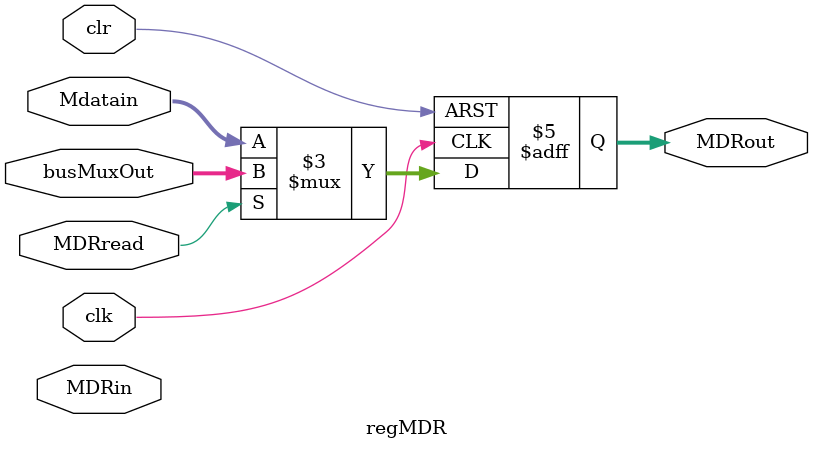
<source format=v>
module regMDR(clr, clk, MDRin, Mdatain, MDRread, busMuxOut, MDRout);

input clr;
input clk;
input MDRin, MDRread;
input [31:0] busMuxOut, Mdatain;
output reg [31:0] MDRout;
always @(posedge clk or posedge clr)
		if(clr)
			MDRout = 0; 
		else if(MDRread)
			MDRout = busMuxOut;
		else
			MDRout = Mdatain;
endmodule
</source>
